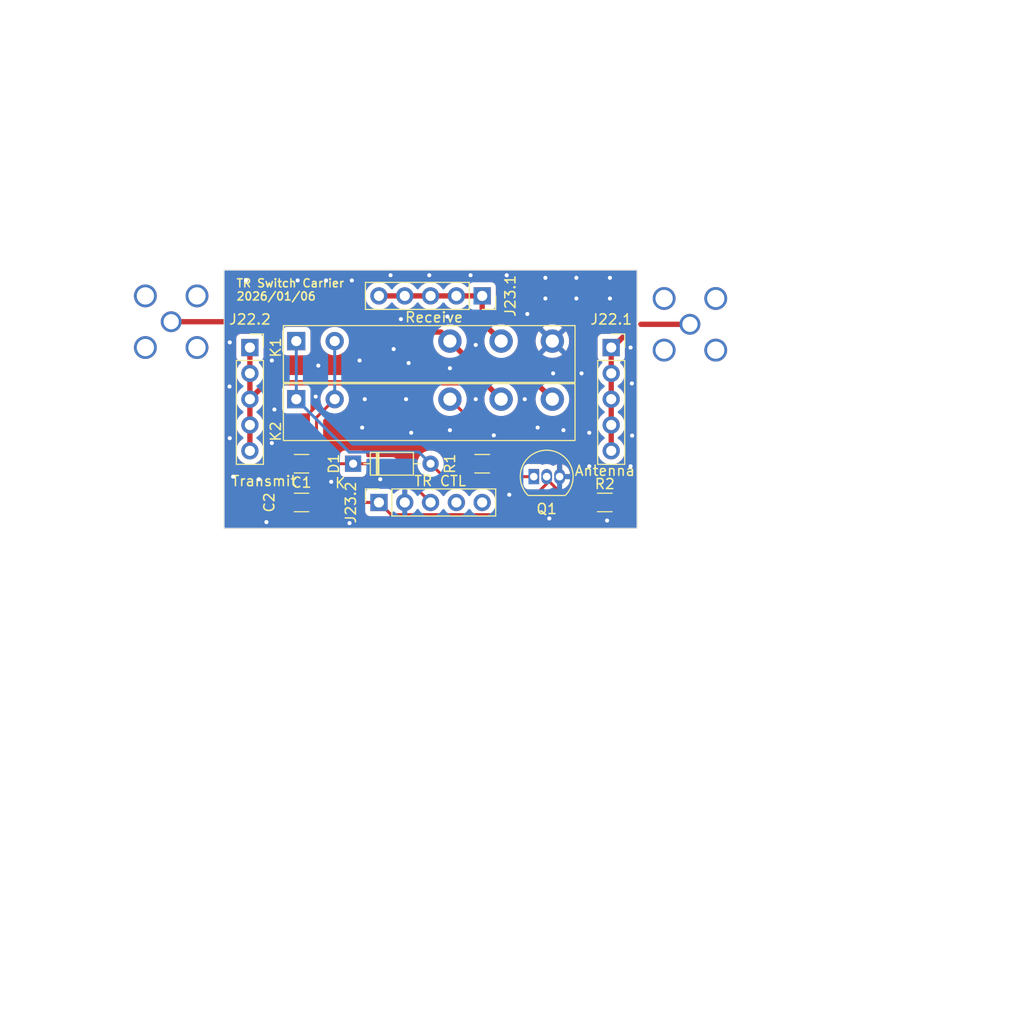
<source format=kicad_pcb>
(kicad_pcb (version 20241229) (generator "pcbnew") (generator_version "9.0")
  (layers (0 "F.Cu" signal) (2 "B.Cu" signal) (13 "F.Paste" user) (15 "B.Paste" user) (5 "F.SilkS" user "F.Silkscreen") (7 "B.SilkS" user "B.Silkscreen") (1 "F.Mask" user) (3 "B.Mask" user) (25 "Edge.Cuts" user))
  (net 0 "")
  (net 1 "GND")
  (net 2 "Net-(D1-K)")
  (net 3 "/TX")
  (net 4 "Net-(D1-A)")
  (net 5 "/ANT")
  (net 6 "Net-(J22.2-Pin_1)")
  (net 7 "Net-(J23.1-Pin_1)")
  (net 10 "Net-(K2-Pad12)")
  (footprint "" (layer "F.Cu") (at 115.062 78.994)
    (property "Reference" "" (at 0 0 0) (layer "F.SilkS") (effects (font (size 1.27 1.27))))
    (property "Value" "")
    (pad "2" thru_hole circle (at 0 0) (size 2.25 2.25) (drill 1.7) (layers "*.Cu" "*.Mask") (net 1 "GND"))
  )
  (footprint "" (layer "F.Cu") (at 115.062 84.074)
    (property "Reference" "" (at 0 0 0) (layer "F.SilkS") (effects (font (size 1.27 1.27))))
    (property "Value" "")
    (pad "2" thru_hole circle (at 0 0) (size 2.25 2.25) (drill 1.7) (layers "*.Cu" "*.Mask") (net 1 "GND"))
  )
  (footprint "" (layer "F.Cu") (at 69.088 78.74)
    (property "Reference" "" (at 0 0 0) (layer "F.SilkS") (effects (font (size 1.27 1.27))))
    (property "Value" "")
    (pad "2" thru_hole circle (at 0 0) (size 2.25 2.25) (drill 1.7) (layers "*.Cu" "*.Mask") (net 1 "GND"))
  )
  (footprint "Resistor_SMD:R_1206_3216Metric" (layer "F.Cu") (at 109.22 99.06)
    (property "Reference" "R2" (at 0 -1.82 0) (layer "F.SilkS"))
    (property "Value" "10k")
    (fp_line (start -0.727064 -0.91) (end 0.727064 -0.91) (stroke (width 0.12)) (layer "F.SilkS"))
    (fp_line (start -0.727064 0.91) (end 0.727064 0.91) (stroke (width 0.12)) (layer "F.SilkS"))
    (pad "1" smd roundrect (at -1.4625 0) (size 1.125 1.75) (layers "F.Cu" "F.Mask" "F.Paste") (roundrect_rratio 0.2222222222) (net 3 "/TX"))
    (pad "2" smd roundrect (at 1.4625 0) (size 1.125 1.75) (layers "F.Cu" "F.Mask" "F.Paste") (roundrect_rratio 0.2222222222) (net 1 "GND"))
  )
  (footprint "Resistor_SMD:R_1206_3216Metric" (layer "F.Cu") (at 97.155 95.25)
    (property "Reference" "R1" (at -3.175 0 90) (layer "F.SilkS"))
    (property "Value" "50R")
    (fp_line (start -0.727064 -0.91) (end 0.727064 -0.91) (stroke (width 0.12)) (layer "F.SilkS"))
    (fp_line (start -0.727064 0.91) (end 0.727064 0.91) (stroke (width 0.12)) (layer "F.SilkS"))
    (pad "1" smd roundrect (at -1.4625 0) (size 1.125 1.75) (layers "F.Cu" "F.Mask" "F.Paste") (roundrect_rratio 0.2222222222) (net 10 "Net-(K2-Pad12)"))
    (pad "2" smd roundrect (at 1.4625 0) (size 1.125 1.75) (layers "F.Cu" "F.Mask" "F.Paste") (roundrect_rratio 0.2222222222) (net 1 "GND"))
  )
  (footprint "" (layer "F.Cu") (at 120.142 84.074)
    (property "Reference" "" (at 0 0 0) (layer "F.SilkS") (effects (font (size 1.27 1.27))))
    (property "Value" "")
    (pad "2" thru_hole circle (at 0 0) (size 2.25 2.25) (drill 1.7) (layers "*.Cu" "*.Mask") (net 1 "GND"))
  )
  (footprint "T41_Library:Relay_SPDT_HF41F12-ZS" (layer "F.Cu") (at 78.86 88.9)
    (property "Reference" "K2" (at -2.025 3.175 270) (layer "F.SilkS"))
    (property "Value" "HF41F/12-ZS")
    (fp_rect (start 27.432 -1.524) (end -1.27 4.064) (stroke (width 0.12)) (fill no) (layer "F.SilkS"))
    (pad "11" thru_hole circle (at 20.16 0 90) (size 2.3 2.3) (drill 1.3) (layers "*.Cu" "*.Mask") (net 6 "Net-(J22.2-Pin_1)"))
    (pad "12" thru_hole circle (at 15.12 0 90) (size 2.3 2.3) (drill 1.3) (layers "*.Cu" "*.Mask") (net 10 "Net-(K2-Pad12)"))
    (pad "14" thru_hole circle (at 25.2 0 90) (size 2.3 2.3) (drill 1.3) (layers "*.Cu" "*.Mask"))
    (pad "A1" thru_hole rect (at 0 0 90) (size 1.8 1.8) (drill 1) (layers "*.Cu" "*.Mask") (net 4 "Net-(D1-A)"))
    (pad "A2" thru_hole circle (at 3.78 0 90) (size 1.8 1.8) (drill 1) (layers "*.Cu" "*.Mask") (net 2 "Net-(D1-K)"))
  )
  (footprint "Capacitor_SMD:C_1206_3216Metric" (layer "F.Cu") (at 79.375 95.25 180)
    (property "Reference" "C1" (at 0 -1.85 0) (layer "F.SilkS"))
    (property "Value" "0.1uF 50V")
    (fp_line (start -0.711252 0.91) (end 0.711252 0.91) (stroke (width 0.12)) (layer "F.SilkS"))
    (fp_line (start -0.711252 -0.91) (end 0.711252 -0.91) (stroke (width 0.12)) (layer "F.SilkS"))
    (pad "1" smd roundrect (at -1.475 0 180) (size 1.15 1.8) (layers "F.Cu" "F.Mask" "F.Paste") (roundrect_rratio 0.2173913043) (net 2 "Net-(D1-K)"))
    (pad "2" smd roundrect (at 1.475 0 180) (size 1.15 1.8) (layers "F.Cu" "F.Mask" "F.Paste") (roundrect_rratio 0.2173913043) (net 1 "GND"))
  )
  (footprint "Connector_PinSocket_2.54mm:PinSocket_1x05_P2.54mm_Vertical" (layer "F.Cu") (at 74.295 83.82)
    (property "Reference" "J22.2" (at 0 -2.77 0) (layer "F.SilkS"))
    (property "Value" "TRANSMIT")
    (fp_line (start -1.33 1.27) (end -1.33 11.49) (stroke (width 0.12)) (layer "F.SilkS"))
    (fp_line (start -1.33 1.27) (end 1.33 1.27) (stroke (width 0.12)) (layer "F.SilkS"))
    (fp_line (start -1.33 11.49) (end 1.33 11.49) (stroke (width 0.12)) (layer "F.SilkS"))
    (fp_line (start 0 -1.33) (end 1.33 -1.33) (stroke (width 0.12)) (layer "F.SilkS"))
    (fp_line (start 1.33 -1.33) (end 1.33 0) (stroke (width 0.12)) (layer "F.SilkS"))
    (fp_line (start 1.33 1.27) (end 1.33 11.49) (stroke (width 0.12)) (layer "F.SilkS"))
    (pad "1" thru_hole rect (at 0 0) (size 1.7 1.7) (drill 1) (layers "*.Cu" "*.Mask") (net 6 "Net-(J22.2-Pin_1)"))
    (pad "2" thru_hole oval (at 0 2.54) (size 1.7 1.7) (drill 1) (layers "*.Cu" "*.Mask") (net 6 "Net-(J22.2-Pin_1)"))
    (pad "3" thru_hole oval (at 0 5.08) (size 1.7 1.7) (drill 1) (layers "*.Cu" "*.Mask") (net 6 "Net-(J22.2-Pin_1)"))
    (pad "4" thru_hole oval (at 0 7.62) (size 1.7 1.7) (drill 1) (layers "*.Cu" "*.Mask") (net 6 "Net-(J22.2-Pin_1)"))
    (pad "5" thru_hole oval (at 0 10.16) (size 1.7 1.7) (drill 1) (layers "*.Cu" "*.Mask") (net 6 "Net-(J22.2-Pin_1)"))
  )
  (footprint "T41_Library:Relay_SPDT_HF41F12-ZS" (layer "F.Cu") (at 78.86 83.185)
    (property "Reference" "K1" (at -2.025 0.635 90) (layer "F.SilkS"))
    (property "Value" "HF41F/12-ZS")
    (fp_rect (start 27.432 -1.524) (end -1.27 4.064) (stroke (width 0.12)) (fill no) (layer "F.SilkS"))
    (pad "11" thru_hole circle (at 20.16 0 90) (size 2.3 2.3) (drill 1.3) (layers "*.Cu" "*.Mask") (net 7 "Net-(J23.1-Pin_1)"))
    (pad "12" thru_hole circle (at 15.12 0 90) (size 2.3 2.3) (drill 1.3) (layers "*.Cu" "*.Mask"))
    (pad "14" thru_hole circle (at 25.2 0 90) (size 2.3 2.3) (drill 1.3) (layers "*.Cu" "*.Mask") (net 1 "GND"))
    (pad "A1" thru_hole rect (at 0 0 90) (size 1.8 1.8) (drill 1) (layers "*.Cu" "*.Mask") (net 4 "Net-(D1-A)"))
    (pad "A2" thru_hole circle (at 3.78 0 90) (size 1.8 1.8) (drill 1) (layers "*.Cu" "*.Mask") (net 2 "Net-(D1-K)"))
  )
  (footprint "Diode_THT:D_DO-35_SOD27_P7.62mm_Horizontal" (layer "F.Cu") (at 84.455 95.25)
    (property "Reference" "D1" (at -1.905 0 90) (layer "F.SilkS"))
    (property "Value" "1N4148")
    (fp_line (start 1.04 0) (end 1.69 0) (stroke (width 0.12)) (layer "F.SilkS"))
    (fp_line (start 1.69 -1.12) (end 1.69 1.12) (stroke (width 0.12)) (layer "F.SilkS"))
    (fp_line (start 1.69 1.12) (end 5.93 1.12) (stroke (width 0.12)) (layer "F.SilkS"))
    (fp_line (start 2.29 -1.12) (end 2.29 1.12) (stroke (width 0.12)) (layer "F.SilkS"))
    (fp_line (start 2.41 -1.12) (end 2.41 1.12) (stroke (width 0.12)) (layer "F.SilkS"))
    (fp_line (start 2.53 -1.12) (end 2.53 1.12) (stroke (width 0.12)) (layer "F.SilkS"))
    (fp_line (start 5.93 -1.12) (end 1.69 -1.12) (stroke (width 0.12)) (layer "F.SilkS"))
    (fp_line (start 5.93 1.12) (end 5.93 -1.12) (stroke (width 0.12)) (layer "F.SilkS"))
    (fp_line (start 6.58 0) (end 5.93 0) (stroke (width 0.12)) (layer "F.SilkS"))
    (fp_text user "K" (at -1.27 1.905 0) (layer "F.SilkS"))
    (pad "1" thru_hole rect (at 0 0) (size 1.6 1.6) (drill 0.8) (layers "*.Cu" "*.Mask") (net 2 "Net-(D1-K)"))
    (pad "2" thru_hole oval (at 7.62 0) (size 1.6 1.6) (drill 0.8) (layers "*.Cu" "*.Mask") (net 4 "Net-(D1-A)"))
  )
  (footprint "Capacitor_SMD:C_1206_3216Metric" (layer "F.Cu") (at 79.375 99.06 180)
    (property "Reference" "C2" (at 3.175 0 90) (layer "F.SilkS"))
    (property "Value" "0.1uF 50V")
    (fp_line (start -0.711252 0.91) (end 0.711252 0.91) (stroke (width 0.12)) (layer "F.SilkS"))
    (fp_line (start -0.711252 -0.91) (end 0.711252 -0.91) (stroke (width 0.12)) (layer "F.SilkS"))
    (pad "1" smd roundrect (at -1.475 0 180) (size 1.15 1.8) (layers "F.Cu" "F.Mask" "F.Paste") (roundrect_rratio 0.2173913043) (net 3 "/TX"))
    (pad "2" smd roundrect (at 1.475 0 180) (size 1.15 1.8) (layers "F.Cu" "F.Mask" "F.Paste") (roundrect_rratio 0.2173913043) (net 1 "GND"))
  )
  (footprint "Package_TO_SOT_THT:TO-92_Inline" (layer "F.Cu") (at 102.235 96.52)
    (property "Reference" "Q1" (at 1.27 3.175 0) (layer "F.SilkS"))
    (property "Value" "BS170")
    (fp_line (start -0.53 1.85) (end 3.07 1.85) (stroke (width 0.12)) (layer "F.SilkS"))
    (fp_arc (start -0.568478 1.838478) (mid -1.132087 -0.994977) (end 1.27 -2.6) (stroke (width 0.12)) (layer "F.SilkS"))
    (fp_arc (start 1.27 -2.6) (mid 3.672087 -0.994977) (end 3.108478 1.838478) (stroke (width 0.12)) (layer "F.SilkS"))
    (pad "1" thru_hole rect (at 0 0) (size 1.05 1.5) (drill 0.75) (layers "*.Cu" "*.Mask") (net 4 "Net-(D1-A)"))
    (pad "2" thru_hole oval (at 1.27 0) (size 1.05 1.5) (drill 0.75) (layers "*.Cu" "*.Mask") (net 3 "/TX"))
    (pad "3" thru_hole oval (at 2.54 0) (size 1.05 1.5) (drill 0.75) (layers "*.Cu" "*.Mask") (net 1 "GND"))
  )
  (footprint "Connector_PinSocket_2.54mm:PinSocket_1x05_P2.54mm_Vertical" (layer "F.Cu") (at 86.995 99.06 90)
    (property "Reference" "J23.2" (at 0 -2.77 90) (layer "F.SilkS"))
    (property "Value" "TR CTL")
    (fp_line (start 1.33 -1.33) (end 1.33 0) (stroke (width 0.12)) (layer "F.SilkS"))
    (fp_line (start 0 -1.33) (end 1.33 -1.33) (stroke (width 0.12)) (layer "F.SilkS"))
    (fp_line (start 1.33 1.27) (end 1.33 11.49) (stroke (width 0.12)) (layer "F.SilkS"))
    (fp_line (start -1.33 1.27) (end 1.33 1.27) (stroke (width 0.12)) (layer "F.SilkS"))
    (fp_line (start -1.33 1.27) (end -1.33 11.49) (stroke (width 0.12)) (layer "F.SilkS"))
    (fp_line (start -1.33 11.49) (end 1.33 11.49) (stroke (width 0.12)) (layer "F.SilkS"))
    (pad "1" thru_hole rect (at 0 0 90) (size 1.7 1.7) (drill 1) (layers "*.Cu" "*.Mask") (net 3 "/TX"))
    (pad "2" thru_hole oval (at 0 2.54 90) (size 1.7 1.7) (drill 1) (layers "*.Cu" "*.Mask") (net 1 "GND"))
    (pad "3" thru_hole oval (at 0 5.08 90) (size 1.7 1.7) (drill 1) (layers "*.Cu" "*.Mask") (net 2 "Net-(D1-K)"))
    (pad "4" thru_hole oval (at 0 7.62 90) (size 1.7 1.7) (drill 1) (layers "*.Cu" "*.Mask"))
    (pad "5" thru_hole oval (at 0 10.16 90) (size 1.7 1.7) (drill 1) (layers "*.Cu" "*.Mask"))
  )
  (footprint "" (layer "F.Cu") (at 120.142 78.994)
    (property "Reference" "" (at 0 0 0) (layer "F.SilkS") (effects (font (size 1.27 1.27))))
    (property "Value" "")
    (pad "2" thru_hole circle (at 0 0) (size 2.25 2.25) (drill 1.7) (layers "*.Cu" "*.Mask") (net 1 "GND"))
  )
  (footprint "Connector_PinSocket_2.54mm:PinSocket_1x05_P2.54mm_Vertical" (layer "F.Cu") (at 97.155 78.74 -90)
    (property "Reference" "J23.1" (at 0 -2.77 270) (layer "F.SilkS"))
    (property "Value" "RECEIVE")
    (fp_line (start -1.33 11.49) (end 1.33 11.49) (stroke (width 0.12)) (layer "F.SilkS"))
    (fp_line (start -1.33 1.27) (end -1.33 11.49) (stroke (width 0.12)) (layer "F.SilkS"))
    (fp_line (start -1.33 1.27) (end 1.33 1.27) (stroke (width 0.12)) (layer "F.SilkS"))
    (fp_line (start 1.33 1.27) (end 1.33 11.49) (stroke (width 0.12)) (layer "F.SilkS"))
    (fp_line (start 0 -1.33) (end 1.33 -1.33) (stroke (width 0.12)) (layer "F.SilkS"))
    (fp_line (start 1.33 -1.33) (end 1.33 0) (stroke (width 0.12)) (layer "F.SilkS"))
    (pad "1" thru_hole rect (at 0 0 270) (size 1.7 1.7) (drill 1) (layers "*.Cu" "*.Mask") (net 7 "Net-(J23.1-Pin_1)"))
    (pad "2" thru_hole oval (at 0 2.54 270) (size 1.7 1.7) (drill 1) (layers "*.Cu" "*.Mask") (net 7 "Net-(J23.1-Pin_1)"))
    (pad "3" thru_hole oval (at 0 5.08 270) (size 1.7 1.7) (drill 1) (layers "*.Cu" "*.Mask") (net 7 "Net-(J23.1-Pin_1)"))
    (pad "4" thru_hole oval (at 0 7.62 270) (size 1.7 1.7) (drill 1) (layers "*.Cu" "*.Mask") (net 7 "Net-(J23.1-Pin_1)"))
    (pad "5" thru_hole oval (at 0 10.16 270) (size 1.7 1.7) (drill 1) (layers "*.Cu" "*.Mask") (net 7 "Net-(J23.1-Pin_1)"))
  )
  (footprint "" (layer "F.Cu") (at 117.602 81.534)
    (property "Reference" "" (at 0 0 0) (layer "F.SilkS") (effects (font (size 1.27 1.27))))
    (property "Value" "")
    (pad "1" thru_hole circle (at 0 0) (size 2.05 2.05) (drill 1.5) (layers "*.Cu" "*.Mask") (net 5 "/ANT"))
  )
  (footprint "Connector_PinSocket_2.54mm:PinSocket_1x05_P2.54mm_Vertical" (layer "F.Cu") (at 109.855 83.82)
    (property "Reference" "J22.1" (at 0 -2.77 180) (layer "F.SilkS"))
    (property "Value" "ANTENNA")
    (fp_line (start -1.33 1.27) (end -1.33 11.49) (stroke (width 0.12)) (layer "F.SilkS"))
    (fp_line (start -1.33 1.27) (end 1.33 1.27) (stroke (width 0.12)) (layer "F.SilkS"))
    (fp_line (start -1.33 11.49) (end 1.33 11.49) (stroke (width 0.12)) (layer "F.SilkS"))
    (fp_line (start 0 -1.33) (end 1.33 -1.33) (stroke (width 0.12)) (layer "F.SilkS"))
    (fp_line (start 1.33 -1.33) (end 1.33 0) (stroke (width 0.12)) (layer "F.SilkS"))
    (fp_line (start 1.33 1.27) (end 1.33 11.49) (stroke (width 0.12)) (layer "F.SilkS"))
    (pad "1" thru_hole rect (at 0 0) (size 1.7 1.7) (drill 1) (layers "*.Cu" "*.Mask") (net 5 "/ANT"))
    (pad "2" thru_hole oval (at 0 2.54) (size 1.7 1.7) (drill 1) (layers "*.Cu" "*.Mask") (net 5 "/ANT"))
    (pad "3" thru_hole oval (at 0 5.08) (size 1.7 1.7) (drill 1) (layers "*.Cu" "*.Mask") (net 5 "/ANT"))
    (pad "4" thru_hole oval (at 0 7.62) (size 1.7 1.7) (drill 1) (layers "*.Cu" "*.Mask") (net 5 "/ANT"))
    (pad "5" thru_hole oval (at 0 10.16) (size 1.7 1.7) (drill 1) (layers "*.Cu" "*.Mask") (net 5 "/ANT"))
  )
  (footprint "" (layer "F.Cu") (at 69.088 83.82)
    (property "Reference" "" (at 0 0 0) (layer "F.SilkS") (effects (font (size 1.27 1.27))))
    (property "Value" "")
    (pad "2" thru_hole circle (at 0 0) (size 2.25 2.25) (drill 1.7) (layers "*.Cu" "*.Mask") (net 1 "GND"))
  )
  (footprint "" (layer "F.Cu") (at 66.548 81.28)
    (property "Reference" "" (at 0 0 0) (layer "F.SilkS") (effects (font (size 1.27 1.27))))
    (property "Value" "")
    (pad "1" thru_hole circle (at 0 0) (size 2.05 2.05) (drill 1.5) (layers "*.Cu" "*.Mask"))
  )
  (footprint "" (layer "F.Cu") (at 64.008 78.74)
    (property "Reference" "" (at 0 0 0) (layer "F.SilkS") (effects (font (size 1.27 1.27))))
    (property "Value" "")
    (pad "2" thru_hole circle (at 0 0) (size 2.25 2.25) (drill 1.7) (layers "*.Cu" "*.Mask") (net 1 "GND"))
  )
  (footprint "" (layer "F.Cu") (at 64.008 83.82)
    (property "Reference" "" (at 0 0 0) (layer "F.SilkS") (effects (font (size 1.27 1.27))))
    (property "Value" "")
    (pad "2" thru_hole circle (at 0 0) (size 2.25 2.25) (drill 1.7) (layers "*.Cu" "*.Mask") (net 1 "GND"))
  )
  (gr_rect (start 71.755 76.2) (end 112.395 101.6) (stroke (width 0.1)) (fill no) (layer "Edge.Cuts"))
  (gr_text "Transmit" (at 72.39 97.536 0) (layer "F.SilkS") (effects (font (size 1 1)) (justify left bottom)))
  (gr_text "Receive" (at 89.4842 81.4324 0) (layer "F.SilkS") (effects (font (size 1 1)) (justify left bottom)))
  (gr_text "Antenna" (at 106.172 96.52 0) (layer "F.SilkS") (effects (font (size 1 1)) (justify left bottom)))
  (gr_text "TR CTL" (at 90.3732 97.536 0) (layer "F.SilkS") (effects (font (size 1 1)) (justify left bottom)))
  (gr_text "TR Switch Carrier\n2026/01/06" (at 72.898 79.248 0) (layer "F.SilkS") (effects (font (size 0.8 0.8)) (justify left bottom)))
  (via (at 102.616 91.694) (size 0.8) (drill 0.4) (layers "F.Cu" "B.Cu") (net 1))
  (via (at 107.696 92.202) (size 0.8) (drill 0.4) (layers "F.Cu" "B.Cu") (net 1))
  (via (at 109.728 76.962) (size 0.8) (drill 0.4) (layers "F.Cu" "B.Cu") (net 1))
  (via (at 84.0994 101.092) (size 0.8) (drill 0.4) (layers "F.Cu" "B.Cu") (net 1))
  (via (at 82.296 97.028) (size 0.8) (drill 0.4) (layers "F.Cu" "B.Cu") (net 1))
  (via (at 78.994 77.216) (size 0.8) (drill 0.4) (layers "F.Cu" "B.Cu") (net 1))
  (via (at 96.52 83.566) (size 0.8) (drill 0.4) (layers "F.Cu" "B.Cu") (net 1))
  (via (at 99.822 98.298) (size 0.8) (drill 0.4) (layers "F.Cu" "B.Cu") (net 1))
  (via (at 88.138 76.708) (size 0.8) (drill 0.4) (layers "F.Cu" "B.Cu") (net 1))
  (via (at 87.122 96.774) (size 0.8) (drill 0.4) (layers "F.Cu" "B.Cu") (net 1))
  (via (at 101.6 80.518) (size 0.8) (drill 0.4) (layers "F.Cu" "B.Cu") (net 1))
  (via (at 107.696 95.504) (size 0.8) (drill 0.4) (layers "F.Cu" "B.Cu") (net 1))
  (via (at 103.378 78.994) (size 0.8) (drill 0.4) (layers "F.Cu" "B.Cu") (net 1))
  (via (at 96.52 88.9) (size 0.8) (drill 0.4) (layers "F.Cu" "B.Cu") (net 1))
  (via (at 85.09 85.09) (size 0.8) (drill 0.4) (layers "F.Cu" "B.Cu") (net 1))
  (via (at 80.772 88.646) (size 0.8) (drill 0.4) (layers "F.Cu" "B.Cu") (net 1))
  (via (at 81.026 85.598) (size 0.8) (drill 0.4) (layers "F.Cu" "B.Cu") (net 1))
  (via (at 91.948 76.708) (size 0.8) (drill 0.4) (layers "F.Cu" "B.Cu") (net 1))
  (via (at 109.728 78.994) (size 0.8) (drill 0.4) (layers "F.Cu" "B.Cu") (net 1))
  (via (at 81.788 77.216) (size 0.8) (drill 0.4) (layers "F.Cu" "B.Cu") (net 1))
  (via (at 84.328 77.216) (size 0.8) (drill 0.4) (layers "F.Cu" "B.Cu") (net 1))
  (via (at 76.454 93.218) (size 0.8) (drill 0.4) (layers "F.Cu" "B.Cu") (net 1))
  (via (at 72.2884 87.6554) (size 0.8) (drill 0.4) (layers "F.Cu" "B.Cu") (net 1))
  (via (at 73.914 77.216) (size 0.8) (drill 0.4) (layers "F.Cu" "B.Cu") (net 1))
  (via (at 103.378 76.962) (size 0.8) (drill 0.4) (layers "F.Cu" "B.Cu") (net 1))
  (via (at 89.916 85.344) (size 0.8) (drill 0.4) (layers "F.Cu" "B.Cu") (net 1))
  (via (at 88.4428 83.9724) (size 0.8) (drill 0.4) (layers "F.Cu" "B.Cu") (net 1))
  (via (at 89.662 88.9) (size 0.8) (drill 0.4) (layers "F.Cu" "B.Cu") (net 1))
  (via (at 111.76 95.504) (size 0.8) (drill 0.4) (layers "F.Cu" "B.Cu") (net 1))
  (via (at 111.887 87.3506) (size 0.8) (drill 0.4) (layers "F.Cu" "B.Cu") (net 1))
  (via (at 93.98 85.852) (size 0.8) (drill 0.4) (layers "F.Cu" "B.Cu") (net 1))
  (via (at 111.9124 92.4814) (size 0.8) (drill 0.4) (layers "F.Cu" "B.Cu") (net 1))
  (via (at 103.759 100.6348) (size 0.8) (drill 0.4) (layers "F.Cu" "B.Cu") (net 1))
  (via (at 109.4486 100.838) (size 0.8) (drill 0.4) (layers "F.Cu" "B.Cu") (net 1))
  (via (at 104.14 86.36) (size 0.8) (drill 0.4) (layers "F.Cu" "B.Cu") (net 1))
  (via (at 93.726 80.772) (size 0.8) (drill 0.4) (layers "F.Cu" "B.Cu") (net 1))
  (via (at 101.346 88.9) (size 0.8) (drill 0.4) (layers "F.Cu" "B.Cu") (net 1))
  (via (at 106.426 78.994) (size 0.8) (drill 0.4) (layers "F.Cu" "B.Cu") (net 1))
  (via (at 99.568 76.708) (size 0.8) (drill 0.4) (layers "F.Cu" "B.Cu") (net 1))
  (via (at 111.76 83.82) (size 0.8) (drill 0.4) (layers "F.Cu" "B.Cu") (net 1))
  (via (at 98.298 92.456) (size 0.8) (drill 0.4) (layers "F.Cu" "B.Cu") (net 1))
  (via (at 85.344 91.694) (size 0.8) (drill 0.4) (layers "F.Cu" "B.Cu") (net 1))
  (via (at 72.3138 92.7354) (size 0.8) (drill 0.4) (layers "F.Cu" "B.Cu") (net 1))
  (via (at 106.934 86.36) (size 0.8) (drill 0.4) (layers "F.Cu" "B.Cu") (net 1))
  (via (at 75.184 96.774) (size 0.8) (drill 0.4) (layers "F.Cu" "B.Cu") (net 1))
  (via (at 72.3138 83.312) (size 0.8) (drill 0.4) (layers "F.Cu" "B.Cu") (net 1))
  (via (at 89.154 81.026) (size 0.8) (drill 0.4) (layers "F.Cu" "B.Cu") (net 1))
  (via (at 106.426 76.962) (size 0.8) (drill 0.4) (layers "F.Cu" "B.Cu") (net 1))
  (via (at 105.156 91.948) (size 0.8) (drill 0.4) (layers "F.Cu" "B.Cu") (net 1))
  (via (at 72.644 96.52) (size 0.8) (drill 0.4) (layers "F.Cu" "B.Cu") (net 1))
  (via (at 93.98 91.948) (size 0.8) (drill 0.4) (layers "F.Cu" "B.Cu") (net 1))
  (via (at 96.012 76.708) (size 0.8) (drill 0.4) (layers "F.Cu" "B.Cu") (net 1))
  (via (at 75.9206 100.9904) (size 0.8) (drill 0.4) (layers "F.Cu" "B.Cu") (net 1))
  (via (at 76.454 85.09) (size 0.8) (drill 0.4) (layers "F.Cu" "B.Cu") (net 1))
  (via (at 85.598 88.9) (size 0.8) (drill 0.4) (layers "F.Cu" "B.Cu") (net 1))
  (via (at 90.17 92.202) (size 0.8) (drill 0.4) (layers "F.Cu" "B.Cu") (net 1))
  (via (at 76.708 89.916) (size 0.8) (drill 0.4) (layers "F.Cu" "B.Cu") (net 1))
  (segment (start 80.85 90.69) (end 82.64 88.9) (width 0.293) (layer "F.Cu") (net 2))
  (segment (start 88.265 95.25) (end 84.455 95.25) (width 0.293) (layer "F.Cu") (net 2))
  (segment (start 92.075 99.06) (end 88.265 95.25) (width 0.293) (layer "F.Cu") (net 2))
  (segment (start 80.85 95.25) (end 80.85 90.69) (width 0.293) (layer "F.Cu") (net 2))
  (segment (start 80.85 95.25) (end 84.455 95.25) (width 0.293) (layer "F.Cu") (net 2))
  (segment (start 82.64 83.185) (end 82.64 88.9) (width 0.293) (layer "B.Cu") (net 2))
  (segment (start 107.7575 99.06) (end 105.82 99.06) (width 0.293) (layer "F.Cu") (net 3))
  (segment (start 103.505 96.745) (end 103.505 96.52) (width 0.293) (layer "F.Cu") (net 3))
  (segment (start 100.4665 100.2565) (end 103.505 97.218) (width 0.293) (layer "F.Cu") (net 3))
  (segment (start 103.505 97.218) (end 103.505 96.52) (width 0.293) (layer "F.Cu") (net 3))
  (segment (start 80.85 99.06) (end 86.995 99.06) (width 0.293) (layer "F.Cu") (net 3))
  (segment (start 88.1915 100.2565) (end 100.4665 100.2565) (width 0.293) (layer "F.Cu") (net 3))
  (segment (start 105.82 99.06) (end 103.505 96.745) (width 0.293) (layer "F.Cu") (net 3))
  (segment (start 86.995 99.06) (end 88.1915 100.2565) (width 0.293) (layer "F.Cu") (net 3))
  (segment (start 92.075 95.25) (end 93.345 96.52) (width 0.293) (layer "F.Cu") (net 4))
  (segment (start 93.345 96.52) (end 102.235 96.52) (width 0.293) (layer "F.Cu") (net 4))
  (segment (start 84.0635 94.1035) (end 78.86 88.9) (width 0.293) (layer "B.Cu") (net 4))
  (segment (start 92.075 95.25) (end 90.9285 94.1035) (width 0.293) (layer "B.Cu") (net 4))
  (segment (start 90.9285 94.1035) (end 84.0635 94.1035) (width 0.293) (layer "B.Cu") (net 4))
  (segment (start 78.86 88.9) (end 78.86 83.185) (width 0.293) (layer "B.Cu") (net 4))
  (segment (start 96.5708 85.7758) (end 93.98 83.185) (width 0.525) (layer "F.Cu") (net 5))
  (segment (start 66.548 81.28) (end 71.628 81.28) (width 0.525) (layer "F.Cu") (net 5))
  (segment (start 83.82 80.01) (end 86.106 82.296) (width 0.525) (layer "F.Cu") (net 5))
  (segment (start 73.66 80.01) (end 83.82 80.01) (width 0.525) (layer "F.Cu") (net 5))
  (segment (start 104.06 88.9) (end 100.9358 85.7758) (width 0.525) (layer "F.Cu") (net 5))
  (segment (start 109.855 83.82) (end 109.855 86.36) (width 0.525) (layer "F.Cu") (net 5))
  (segment (start 109.855 86.36) (end 109.855 88.9) (width 0.525) (layer "F.Cu") (net 5))
  (segment (start 72.136 81.534) (end 73.66 80.01) (width 0.525) (layer "F.Cu") (net 5))
  (segment (start 109.855 83.82) (end 109.982 83.82) (width 0.525) (layer "F.Cu") (net 5))
  (segment (start 109.855 88.9) (end 109.855 91.44) (width 0.525) (layer "F.Cu") (net 5))
  (segment (start 86.106 82.296) (end 93.091 82.296) (width 0.525) (layer "F.Cu") (net 5))
  (segment (start 117.602 81.534) (end 112.776 81.534) (width 0.525) (layer "F.Cu") (net 5))
  (segment (start 93.091 82.296) (end 93.98 83.185) (width 0.525) (layer "F.Cu") (net 5))
  (segment (start 100.9358 85.7758) (end 96.5708 85.7758) (width 0.525) (layer "F.Cu") (net 5))
  (segment (start 109.855 91.44) (end 109.855 93.98) (width 0.525) (layer "F.Cu") (net 5))
  (segment (start 72.0185 81.534) (end 72.136 81.534) (width 0.525) (layer "F.Cu") (net 5))
  (segment (start 109.982 83.82) (end 112.014 81.788) (width 0.525) (layer "F.Cu") (net 5))
  (segment (start 74.295 88.9) (end 74.295 91.44) (width 0.525) (layer "F.Cu") (net 6))
  (segment (start 97.4075 87.2875) (end 99.02 88.9) (width 0.525) (layer "F.Cu") (net 6))
  (segment (start 75.9075 87.2875) (end 97.4075 87.2875) (width 0.525) (layer "F.Cu") (net 6))
  (segment (start 74.295 88.9) (end 75.9075 87.2875) (width 0.525) (layer "F.Cu") (net 6))
  (segment (start 74.295 91.44) (end 74.295 93.98) (width 0.525) (layer "F.Cu") (net 6))
  (segment (start 74.295 86.36) (end 74.295 88.9) (width 0.525) (layer "F.Cu") (net 6))
  (segment (start 74.295 83.82) (end 74.295 86.36) (width 0.525) (layer "F.Cu") (net 6))
  (segment (start 94.615 78.74) (end 97.155 78.74) (width 0.525) (layer "F.Cu") (net 7))
  (segment (start 97.155 81.32) (end 99.02 83.185) (width 0.525) (layer "F.Cu") (net 7))
  (segment (start 89.535 78.74) (end 92.075 78.74) (width 0.525) (layer "F.Cu") (net 7))
  (segment (start 86.995 78.74) (end 89.535 78.74) (width 0.525) (layer "F.Cu") (net 7))
  (segment (start 92.075 78.74) (end 94.615 78.74) (width 0.525) (layer "F.Cu") (net 7))
  (segment (start 97.155 78.74) (end 97.155 81.32) (width 0.525) (layer "F.Cu") (net 7))
  (segment (start 95.6925 95.25) (end 95.6925 90.6125) (width 0.293) (layer "F.Cu") (net 10))
  (segment (start 95.6925 90.6125) (end 93.98 88.9) (width 0.293) (layer "F.Cu") (net 10))
  (zone (net 1) (net_name "GND") (layers "F.Cu" "B.Cu") (connect_pads (clearance 0.5)) (min_thickness 0.25) (fill yes (thermal_gap 0.5) (thermal_bridge_width 0.5))
    (polygon (pts (xy 71.755 76.2) (xy 112.395 76.2) (xy 112.395 101.6) (xy 71.755 101.6)))
  )
)
</source>
